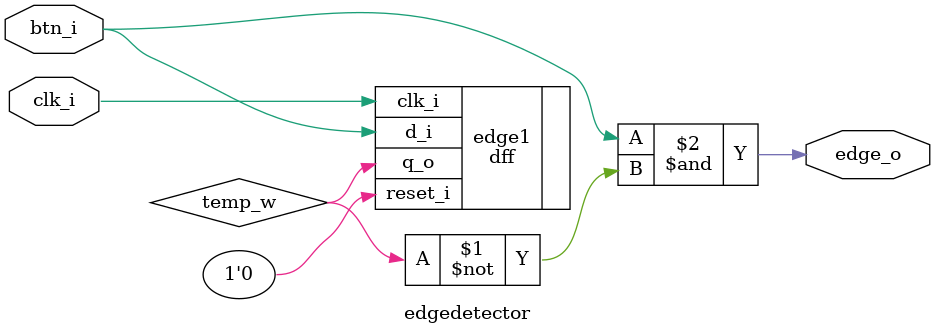
<source format=sv>
module edgedetector(
    input clk_i,
    input btn_i,
    output edge_o);

wire temp_w;

dff
#()
edge1
(.clk_i(clk_i), .reset_i(1'b0), .d_i(btn_i), .q_o(temp_w));

assign edge_o = btn_i & ~temp_w;
endmodule

</source>
